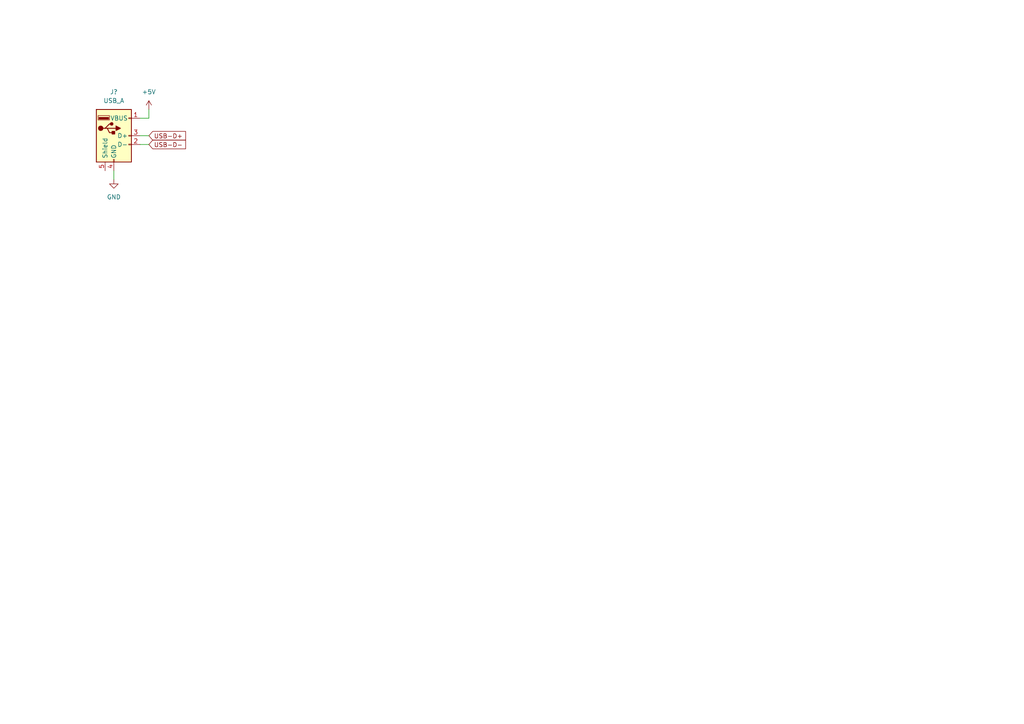
<source format=kicad_sch>
(kicad_sch (version 20211123) (generator eeschema)
  (paper "A4")
  (lib_symbols
    (symbol "Connector:USB_A" (pin_names (offset 1.016))
      (property "Reference" "J" (at -5.08 11.43 0))
      (property "Value" "USB_A" (at -5.08 8.89 0))
      (symbol "USB_A_0_1"
        (rectangle (start -5.08 -7.62) (end 5.08 7.62) (stroke (width 0.254)) (fill (type background)))
        (circle (center -3.81 2.159) (radius 0.635) (stroke (width 0.254)) (fill (type outline)))
        (rectangle (start -1.524 4.826) (end -4.318 5.334) (fill (type outline)))
        (rectangle (start -1.27 4.572) (end -4.572 5.842))
        (circle (center -0.635 3.429) (radius 0.381) (stroke (width 0.254)) (fill (type outline)))
        (rectangle (start -0.127 -7.62) (end 0.127 -6.858))
        (polyline (pts (xy -3.175 2.159) (xy -2.54 2.159) (xy -1.27 3.429) (xy -0.635 3.429)) (stroke (width 0.254)))
        (polyline (pts (xy -2.54 2.159) (xy -1.905 2.159) (xy -1.27 0.889) (xy 0 0.889)) (stroke (width 0.254)))
        (polyline (pts (xy 0.635 2.794) (xy 0.635 1.524) (xy 1.905 2.159) (xy 0.635 2.794)) (stroke (width 0.254)) (fill (type outline)))
        (rectangle (start 0.254 1.27) (end -0.508 0.508) (stroke (width 0.254)) (fill (type outline)))
        (rectangle (start 5.08 -2.667) (end 4.318 -2.413))
        (rectangle (start 5.08 -0.127) (end 4.318 0.127))
        (rectangle (start 5.08 4.953) (end 4.318 5.207))
      )
      (symbol "USB_A_1_1"
        (polyline (pts (xy -1.905 2.159) (xy 0.635 2.159)) (stroke (width 0.254)))
        (pin power_in line (at 7.62 5.08 180) (length 2.54) (name "VBUS") (number "1"))
        (pin bidirectional line (at 7.62 -2.54 180) (length 2.54) (name "D-") (number "2"))
        (pin bidirectional line (at 7.62 0 180) (length 2.54) (name "D+") (number "3"))
        (pin power_in line (at 0 -10.16 90) (length 2.54) (name "GND") (number "4"))
        (pin passive line (at -2.54 -10.16 90) (length 2.54) (name "Shield") (number "5"))
      )
    )
    (symbol "power:+5V" (power) (pin_names (offset 0))
      (property "Value" "+5V" (at 0 3.556 0))
      (symbol "+5V_0_1"
        (polyline (pts (xy -0.762 1.27) (xy 0 2.54)))
        (polyline (pts (xy 0 0) (xy 0 2.54)))
        (polyline (pts (xy 0 2.54) (xy 0.762 1.27)))
      )
      (symbol "+5V_1_1"
        (pin power_in line (at 0 0 90) (length 0) hide (name "+5V") (number "1"))
      )
    )
    (symbol "power:GND" (power) (pin_names (offset 0))
      (property "Value" "GND" (at 0 -3.81 0))
      (symbol "GND_0_1"
        (polyline (pts (xy 0 0) (xy 0 -1.27) (xy 1.27 -1.27) (xy 0 -2.54) (xy -1.27 -1.27) (xy 0 -1.27)))
      )
      (symbol "GND_1_1"
        (pin power_in line (at 0 0 270) (length 0) hide (name "GND") (number "1"))
      )
    )
  )
  (wire (pts (xy 43.18 31.75) (xy 43.18 34.29)))
  (wire (pts (xy 33.02 49.53) (xy 33.02 52.07)))
  (wire (pts (xy 40.64 39.37) (xy 43.18 39.37)))
  (wire (pts (xy 40.64 41.91) (xy 43.18 41.91)))
  (wire (pts (xy 43.18 34.29) (xy 40.64 34.29)))
  (global_label "USB-D-" (shape input) (at 43.18 41.91 0) (property "Intersheet References" "${INTERSHEET_REFS}" (effects hide)))
  (global_label "USB-D+" (shape input) (at 43.18 39.37 0) (property "Intersheet References" "${INTERSHEET_REFS}" (effects hide)))
  (symbol (lib_id "power:GND") (at 33.02 52.07 0) (unit 1)
    (property "Reference" "#PWR?" (effects hide))
    (property "Value" "GND" (at 33.02 57.15 0))
  )
  (symbol (lib_id "power:+5V") (at 43.18 31.75 0) (mirror y) (unit 1)
    (property "Reference" "#PWR?" (effects hide))
    (property "Value" "+5V" (at 43.18 26.67 0))
  )
  (symbol (lib_id "Connector:USB_A") (at 33.02 39.37 0) (unit 1)
    (property "Reference" "J?" (at 33.02 26.67 0))
    (property "Value" "USB_A" (at 33.02 29.21 0))
    (property "Datasheet" " ~" (effects hide))
  )
)
</source>
